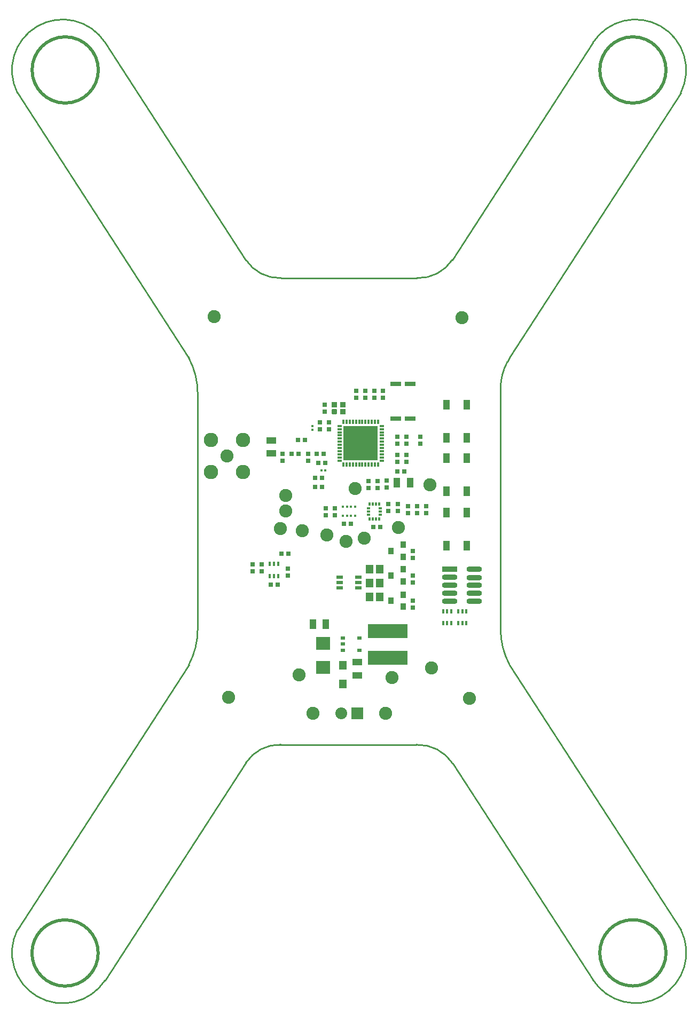
<source format=gts>
G04 Layer_Color=8388736*
%FSLAX44Y44*%
%MOMM*%
G71*
G01*
G75*
%ADD43C,0.2540*%
%ADD73C,0.5000*%
%ADD74R,0.7760X0.6760*%
%ADD75R,0.6760X0.7760*%
%ADD76C,2.0760*%
%ADD77R,1.0760X1.6260*%
%ADD78R,1.0760X1.5260*%
%ADD79R,1.5260X1.0760*%
%ADD80R,1.2960X1.3260*%
%ADD81R,2.2560X2.0760*%
%ADD82O,2.4760X0.8260*%
%ADD83R,2.4760X0.8260*%
%ADD84R,6.3760X2.2260*%
%ADD85R,0.3510X0.3760*%
%ADD86R,0.3760X0.3510*%
%ADD87R,1.1760X1.3760*%
%ADD88R,0.7760X0.5760*%
%ADD89R,0.5510X0.3260*%
%ADD90R,0.3260X0.5510*%
%ADD91R,0.4260X0.4260*%
%ADD92R,0.8760X0.9760*%
%ADD93R,0.3760X0.6760*%
%ADD94R,1.6760X0.7760*%
%ADD95R,0.9260X0.8260*%
G04:AMPARAMS|DCode=96|XSize=0.926mm|YSize=0.826mm|CornerRadius=0.2255mm|HoleSize=0mm|Usage=FLASHONLY|Rotation=0.000|XOffset=0mm|YOffset=0mm|HoleType=Round|Shape=RoundedRectangle|*
%AMROUNDEDRECTD96*
21,1,0.9260,0.3750,0,0,0.0*
21,1,0.4750,0.8260,0,0,0.0*
1,1,0.4510,0.2375,-0.1875*
1,1,0.4510,-0.2375,-0.1875*
1,1,0.4510,-0.2375,0.1875*
1,1,0.4510,0.2375,0.1875*
%
%ADD96ROUNDEDRECTD96*%
%ADD97R,0.7260X0.3760*%
%ADD98R,0.3760X0.7260*%
%ADD99R,5.4760X5.4760*%
%ADD100R,1.0760X0.6260*%
%ADD101C,1.8760*%
%ADD102R,1.8760X1.8760*%
%ADD103C,0.0760*%
%ADD104C,2.2760*%
%ADD105C,2.0760*%
D43*
X623250Y2443500D02*
G03*
X484250Y2363500I-67341J-43750D01*
G01*
X846279Y2099019D02*
G03*
X902000Y2070000I53619J34952D01*
G01*
X770000Y1887238D02*
G03*
X755890Y1943326I-118485J12D01*
G01*
X1260856Y1936902D02*
G03*
X1250250Y1894741I78458J-42152D01*
G01*
X1118000Y2070000D02*
G03*
X1173721Y2099019I2102J63971D01*
G01*
X1535750Y2363500D02*
G03*
X1396750Y2443500I-71658J36250D01*
G01*
X755906Y1456698D02*
G03*
X770016Y1512786I-104375J56076D01*
G01*
X901797Y1330073D02*
G03*
X846366Y1301205I-2091J-63639D01*
G01*
X484266Y1036525D02*
G03*
X623266Y956525I71658J-36250D01*
G01*
X1250250Y1513011D02*
G03*
X1264360Y1456924I118485J-12D01*
G01*
X1174358Y1300137D02*
G03*
X1117036Y1329989I-55160J-35956D01*
G01*
X1397000Y956750D02*
G03*
X1536000Y1036750I67341J43750D01*
G01*
X623250Y2443500D02*
X846238Y2098992D01*
X484250Y2363500D02*
X754899Y1945332D01*
X755957Y1943363D01*
X1265101Y1945332D02*
X1535750Y2363500D01*
X1173762Y2098992D02*
X1396750Y2443500D01*
X754915Y1454692D02*
X755973Y1456661D01*
X484266Y1036525D02*
X754915Y1454692D01*
X623266Y956525D02*
X846254Y1301032D01*
X1264293Y1456887D02*
X1265351Y1454918D01*
X1536000Y1036750D01*
X1174741Y1300131D02*
X1397000Y956750D01*
X902000Y2070000D02*
X1118000D01*
X770000Y1887238D02*
X770016D01*
X770000Y1513250D02*
X770016D01*
Y1887238D01*
X1250250Y1513011D02*
Y1894750D01*
X899707Y1330025D02*
X1117036D01*
X1260636Y1937022D02*
X1265101Y1945332D01*
D73*
X612250Y999750D02*
G03*
X612250Y999750I-52500J0D01*
G01*
X1512500Y1000000D02*
G03*
X1512500Y1000000I-52500J0D01*
G01*
Y2400000D02*
G03*
X1512500Y2400000I-52500J0D01*
G01*
X612500D02*
G03*
X612500Y2400000I-52500J0D01*
G01*
D74*
X1035500Y1879750D02*
D03*
Y1890750D02*
D03*
X1049750Y1879750D02*
D03*
Y1890750D02*
D03*
X1021250Y1879750D02*
D03*
Y1890750D02*
D03*
X1064000Y1879750D02*
D03*
Y1890750D02*
D03*
X1123250Y1818000D02*
D03*
Y1807000D02*
D03*
X1072500Y1700750D02*
D03*
Y1711750D02*
D03*
X1087000Y1700750D02*
D03*
Y1711750D02*
D03*
X987500Y1704500D02*
D03*
Y1693500D02*
D03*
X973500Y1704500D02*
D03*
Y1693500D02*
D03*
X944750Y1780000D02*
D03*
Y1791000D02*
D03*
X904750Y1791500D02*
D03*
Y1780500D02*
D03*
X1086500Y1807000D02*
D03*
Y1818000D02*
D03*
X1100750Y1807000D02*
D03*
Y1818000D02*
D03*
X1086250Y1789750D02*
D03*
Y1778750D02*
D03*
X1100750Y1789750D02*
D03*
Y1778750D02*
D03*
X1069250Y1748500D02*
D03*
Y1737500D02*
D03*
X1055000Y1748250D02*
D03*
Y1737250D02*
D03*
X963500Y1841000D02*
D03*
Y1830000D02*
D03*
X977750Y1841000D02*
D03*
Y1830000D02*
D03*
X1041000Y1737250D02*
D03*
Y1748250D02*
D03*
X1117750Y1697000D02*
D03*
Y1708000D02*
D03*
X1103500Y1697000D02*
D03*
Y1708000D02*
D03*
X1132000Y1697000D02*
D03*
Y1708000D02*
D03*
X1111500Y1587500D02*
D03*
Y1598500D02*
D03*
Y1626500D02*
D03*
Y1637500D02*
D03*
Y1547500D02*
D03*
Y1558500D02*
D03*
X913000Y1598500D02*
D03*
Y1609500D02*
D03*
X857250Y1604750D02*
D03*
Y1615750D02*
D03*
X971750Y1869250D02*
D03*
Y1858250D02*
D03*
X871750Y1615750D02*
D03*
Y1604750D02*
D03*
D75*
X970002Y1791252D02*
D03*
X959002D02*
D03*
X1048250Y1675250D02*
D03*
X1059250D02*
D03*
X1012750Y1680250D02*
D03*
X1001750D02*
D03*
X1086250Y1763250D02*
D03*
X1097250D02*
D03*
X956250Y1752750D02*
D03*
X967250D02*
D03*
X956250Y1738500D02*
D03*
X967250D02*
D03*
X961000Y1776750D02*
D03*
X972000D02*
D03*
X929252Y1813502D02*
D03*
X940252D02*
D03*
X919252Y1791002D02*
D03*
X930252D02*
D03*
X913500Y1633000D02*
D03*
X902500D02*
D03*
X886250Y1584000D02*
D03*
X897250D02*
D03*
D76*
X796250Y2009000D02*
D03*
X1201250Y1403500D02*
D03*
X819250Y1405000D02*
D03*
X1188750Y2006750D02*
D03*
X1140500Y1452000D02*
D03*
X952500Y1379500D02*
D03*
X930750Y1440750D02*
D03*
X1067500Y1379500D02*
D03*
X1078000Y1436750D02*
D03*
X975000Y1662500D02*
D03*
X1019750Y1736250D02*
D03*
X1088250Y1674000D02*
D03*
X1138250Y1741750D02*
D03*
X1033750Y1657500D02*
D03*
X1005500Y1652250D02*
D03*
X910000Y1725500D02*
D03*
X936250Y1669500D02*
D03*
X900750Y1672500D02*
D03*
X910000Y1701000D02*
D03*
D77*
X1164250Y1731750D02*
D03*
Y1784250D02*
D03*
X1196250D02*
D03*
Y1731750D02*
D03*
X1164250Y1816750D02*
D03*
Y1869250D02*
D03*
X1196250D02*
D03*
Y1816750D02*
D03*
X1164250Y1645750D02*
D03*
Y1698250D02*
D03*
X1196250D02*
D03*
Y1645750D02*
D03*
D78*
X973250Y1521500D02*
D03*
X952750D02*
D03*
X1106500Y1745250D02*
D03*
X1086000D02*
D03*
D79*
X1023000Y1440250D02*
D03*
Y1460750D02*
D03*
X886750Y1812750D02*
D03*
Y1792250D02*
D03*
D80*
X1000498Y1456250D02*
D03*
X1000500Y1426750D02*
D03*
D81*
X969000Y1452500D02*
D03*
Y1490500D02*
D03*
D82*
X1208250Y1582750D02*
D03*
Y1570050D02*
D03*
Y1557351D02*
D03*
X1169250D02*
D03*
Y1570050D02*
D03*
X1208250Y1595149D02*
D03*
X1169250Y1595449D02*
D03*
Y1582750D02*
D03*
X1208250Y1608149D02*
D03*
D83*
X1169250D02*
D03*
D84*
X1071000Y1509750D02*
D03*
Y1468250D02*
D03*
D85*
X966595Y1764750D02*
D03*
X971875D02*
D03*
D86*
X951750Y1834905D02*
D03*
Y1829625D02*
D03*
D87*
X1058500Y1586000D02*
D03*
X1042500D02*
D03*
X1058500Y1608000D02*
D03*
X1042500D02*
D03*
X1058500Y1564000D02*
D03*
X1042500D02*
D03*
D88*
X1026000Y1480000D02*
D03*
Y1499000D02*
D03*
X1000000Y1480000D02*
D03*
Y1489500D02*
D03*
Y1499000D02*
D03*
D89*
X1059130Y1705000D02*
D03*
Y1695000D02*
D03*
Y1700000D02*
D03*
X1040875D02*
D03*
Y1695000D02*
D03*
Y1705000D02*
D03*
D90*
X1057500Y1688380D02*
D03*
X1052500D02*
D03*
X1047500D02*
D03*
X1042500D02*
D03*
Y1711625D02*
D03*
X1047500D02*
D03*
X1052500D02*
D03*
X1057500D02*
D03*
D91*
X1006750Y1692750D02*
D03*
Y1707250D02*
D03*
X1013250Y1692750D02*
D03*
Y1707250D02*
D03*
X1000250Y1692750D02*
D03*
Y1707250D02*
D03*
X1019750Y1692750D02*
D03*
Y1707250D02*
D03*
D92*
X1076250Y1598500D02*
D03*
X1096250Y1589000D02*
D03*
Y1608000D02*
D03*
X1076250Y1637500D02*
D03*
X1096250Y1628000D02*
D03*
Y1647000D02*
D03*
X1076250Y1558500D02*
D03*
X1096250Y1549000D02*
D03*
Y1568000D02*
D03*
D93*
X884500Y1597500D02*
D03*
Y1616500D02*
D03*
X891000Y1597500D02*
D03*
X897500D02*
D03*
X891000Y1616500D02*
D03*
X897500D02*
D03*
X1183000Y1522750D02*
D03*
Y1541750D02*
D03*
X1189500Y1522750D02*
D03*
X1196000D02*
D03*
X1189500Y1541750D02*
D03*
X1196000D02*
D03*
X1159000Y1522750D02*
D03*
Y1541750D02*
D03*
X1165500Y1522750D02*
D03*
X1172000D02*
D03*
X1165500Y1541750D02*
D03*
X1172000D02*
D03*
D94*
X1084000Y1901750D02*
D03*
X1107000Y1846750D02*
D03*
Y1901750D02*
D03*
X1084000Y1846750D02*
D03*
D95*
X1000250Y1869000D02*
D03*
Y1858500D02*
D03*
X986750Y1869000D02*
D03*
D96*
Y1858500D02*
D03*
D97*
X1062250Y1810500D02*
D03*
Y1815500D02*
D03*
Y1795500D02*
D03*
X994750Y1790500D02*
D03*
X1062250Y1785500D02*
D03*
Y1780500D02*
D03*
X994750Y1835500D02*
D03*
Y1830500D02*
D03*
Y1825500D02*
D03*
Y1820500D02*
D03*
Y1800500D02*
D03*
Y1805500D02*
D03*
X1062250D02*
D03*
Y1800500D02*
D03*
Y1820500D02*
D03*
Y1825500D02*
D03*
Y1830500D02*
D03*
Y1835500D02*
D03*
X994750Y1780500D02*
D03*
Y1785500D02*
D03*
X1062250Y1790500D02*
D03*
X994750Y1795500D02*
D03*
Y1815500D02*
D03*
Y1810500D02*
D03*
D98*
X1021000Y1841750D02*
D03*
X1041000Y1774250D02*
D03*
X1011000Y1841750D02*
D03*
X1006000D02*
D03*
X1001000Y1774250D02*
D03*
X1056000D02*
D03*
X1051000D02*
D03*
X1046000D02*
D03*
X1016000Y1841750D02*
D03*
X1031000Y1774250D02*
D03*
X1036000Y1841750D02*
D03*
X1026000Y1774250D02*
D03*
Y1841750D02*
D03*
X1036000Y1774250D02*
D03*
X1031000Y1841750D02*
D03*
X1016000Y1774250D02*
D03*
X1046000Y1841750D02*
D03*
X1051000D02*
D03*
X1056000D02*
D03*
X1001000D02*
D03*
X1006000Y1774250D02*
D03*
X1011000D02*
D03*
X1041000Y1841750D02*
D03*
X1021000Y1774250D02*
D03*
D99*
X1028500Y1808000D02*
D03*
D100*
X1024500Y1578500D02*
D03*
Y1587000D02*
D03*
Y1595500D02*
D03*
X995500D02*
D03*
Y1587000D02*
D03*
Y1578500D02*
D03*
D101*
X997300Y1379500D02*
D03*
D102*
X1022700D02*
D03*
D103*
X560000Y2400000D02*
D03*
X1460000D02*
D03*
X560000Y1000000D02*
D03*
X1460000D02*
D03*
D104*
X841650Y1813650D02*
D03*
X790850Y1762850D02*
D03*
X841650D02*
D03*
X790850Y1813650D02*
D03*
D105*
X816250Y1788250D02*
D03*
M02*

</source>
